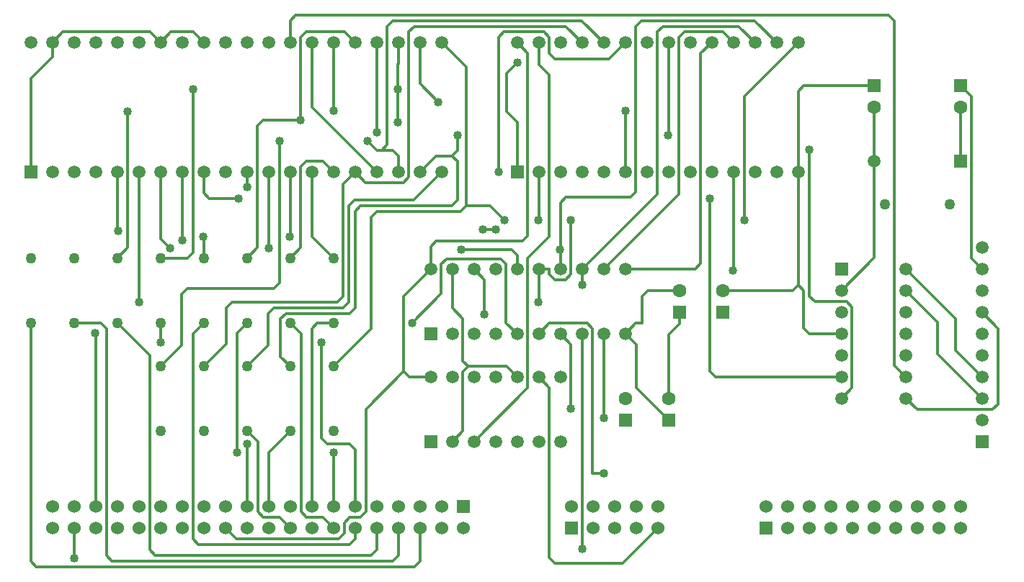
<source format=gbr>
G04 DipTrace 2.3.1.0*
%INVDP_6847_Bottom.gbr*%
%MOIN*%
%ADD13C,0.013*%
%ADD14R,0.0591X0.0591*%
%ADD15C,0.0591*%
%ADD16C,0.06*%
%ADD17R,0.06X0.06*%
%ADD18C,0.05*%
%ADD19C,0.05*%
%ADD20C,0.063*%
%ADD21R,0.063X0.063*%
%ADD22C,0.04*%
%FSLAX44Y44*%
G04*
G70*
G90*
G75*
G01*
%LNBottom*%
%LPD*%
X6384Y16134D2*
D13*
Y5102D1*
X6643Y4842D1*
X24124D1*
X24384Y5102D1*
Y6634D1*
X8384Y16134D2*
X9619D1*
X9878Y15874D1*
Y5362D1*
X10138Y5102D1*
X23124D1*
X23384Y5362D1*
Y6634D1*
X10384Y16134D2*
X11878Y14639D1*
Y5622D1*
X12138Y5362D1*
X22124D1*
X22384Y5622D1*
Y6634D1*
X19831Y15241D2*
Y10796D1*
X20091Y10536D1*
X21124D1*
X21384Y10276D1*
Y7634D1*
X12393Y15241D2*
D3*
X12384Y15251D2*
Y16134D1*
X14384D2*
X13878Y15628D1*
Y6139D1*
X14138Y5879D1*
X21124D1*
X21384Y6139D1*
Y6634D1*
X20384Y10141D2*
Y7634D1*
X15934Y10141D2*
Y15684D1*
X16384Y16134D1*
X18384D2*
X18878Y15639D1*
Y7388D1*
X19138Y7128D1*
X19889D1*
X20384Y6634D1*
Y16134D2*
X19643D1*
X19384Y15874D1*
Y7634D1*
X16384Y11134D2*
X16878Y10639D1*
Y7388D1*
X17138Y7128D1*
X17889D1*
X18384Y6634D1*
Y11134D2*
X17384Y10134D1*
Y7634D1*
X16384Y10526D2*
Y7634D1*
X27887Y20470D2*
X27302D1*
X10412Y20405D2*
D3*
X28884Y18626D2*
Y19268D1*
X28624Y19528D1*
X26295D1*
X10412Y20405D2*
X10384Y20434D1*
Y23134D1*
X31362Y20892D2*
D3*
X39385D2*
Y26635D1*
X41884Y29134D1*
X29868Y17092D2*
D3*
X29884Y18626D2*
Y17108D1*
X29868Y17092D1*
X31374Y20881D2*
Y18395D1*
X31114Y18136D1*
X30634D1*
X30374Y18395D1*
Y18626D1*
X29884D1*
X11384Y17095D2*
Y23134D1*
X40884Y29134D2*
X39874Y30143D1*
X34634D1*
X34374Y29884D1*
Y22216D1*
X34114Y21956D1*
X31143D1*
X30884Y21696D1*
Y19528D1*
X12816Y19593D2*
X12384Y20025D1*
Y23134D1*
X30884Y19519D2*
Y18626D1*
X13400Y19983D2*
D3*
X31884Y18626D2*
X35374Y22116D1*
Y29624D1*
X35634Y29884D1*
X39134D1*
X39884Y29134D1*
X31884Y17906D2*
Y18626D1*
X13400Y19983D2*
X13384Y20000D1*
Y23134D1*
X37884Y29134D2*
X37374Y28624D1*
Y18886D1*
X37114Y18626D1*
X33884D1*
X32884D2*
X36374Y22116D1*
Y29364D1*
X36634Y29624D1*
X38393D1*
X38884Y29134D1*
X38865Y18554D2*
D3*
X26884Y18626D2*
X27374Y18136D1*
Y16547D1*
X38865Y18554D2*
X38884Y18573D1*
Y23149D1*
X19384Y29134D2*
Y26134D1*
X22384Y23134D1*
X24880Y13630D2*
X23886D1*
X23626Y13889D1*
X21878Y12141D1*
Y7388D1*
X21619Y7128D1*
X21138D1*
X20878Y6869D1*
Y6399D1*
X20619Y6139D1*
X15878D1*
X15384Y6634D1*
X36384Y16634D2*
Y16114D1*
X35884Y15614D1*
Y12634D1*
X28884Y29134D2*
X29374Y28643D1*
Y20183D1*
X29114Y19923D1*
X25143D1*
X24884Y19663D1*
Y18626D1*
X23626Y17369D1*
Y13889D1*
X38384Y17634D2*
X41624D1*
X41884Y17893D1*
Y22139D1*
Y22140D1*
Y23149D1*
X49384Y27134D2*
X49893Y26624D1*
Y19124D1*
X50384Y18634D1*
X14384Y29134D2*
X13893Y29624D1*
X12874D1*
X12384Y29134D1*
X36384Y17634D2*
X34913D1*
X34653Y17374D1*
Y16124D1*
X34374D1*
X33884Y15634D1*
X28893Y28200D2*
X28393Y27701D1*
Y25938D1*
X28884Y25448D1*
Y23149D1*
X41884Y17893D2*
X42143Y17634D1*
Y15893D1*
X42403Y15634D1*
X43884D1*
X41884Y23149D2*
Y26874D1*
X42143Y27134D1*
X45384D1*
X7384Y29134D2*
Y28461D1*
X6384Y27461D1*
Y23134D1*
X12384Y29134D2*
X11893Y29624D1*
X7874D1*
X7384Y29134D1*
X33884Y15634D2*
X34393Y15124D1*
Y13124D1*
X35884Y11634D1*
X29880Y13630D2*
X30370Y13139D1*
Y5264D1*
X30630Y5004D1*
X33754D1*
X35384Y6634D1*
X25884Y18626D2*
Y16841D1*
X26374Y16351D1*
Y14380D1*
X26634Y14120D1*
X26374Y13860D1*
Y11132D1*
X25880Y10638D1*
X28880Y13630D2*
X28389Y14120D1*
X26634D1*
X17395Y19593D2*
D3*
X17384Y19605D2*
Y23134D1*
X25223Y26382D2*
X24384Y27221D1*
Y29134D1*
X29884D2*
Y28109D1*
X30374Y27619D1*
Y20133D1*
X29374Y19133D1*
Y13132D1*
X26880Y10638D1*
X23372Y25440D2*
Y26966D1*
X13888D2*
Y19393D1*
X13628Y19134D1*
X12384D1*
X23372Y26966D2*
Y28118D1*
X23384Y28130D1*
Y29134D1*
X22397Y24952D2*
X22384Y24966D1*
Y29134D1*
X32884Y11738D2*
Y15634D1*
X31362Y12155D2*
D3*
X31374Y12167D2*
Y15143D1*
X30884Y15634D1*
X32888Y9167D2*
D3*
X8398Y5237D2*
D3*
X32888Y9167D2*
X32374D1*
Y15864D1*
X32114Y16124D1*
X30374D1*
X29884Y15634D1*
X8398Y5237D2*
X8384Y5252D1*
Y6634D1*
X31884Y5661D2*
Y15634D1*
X24021Y16150D2*
X25374Y17503D1*
Y18856D1*
X25634Y19116D1*
X28114D1*
X28374Y18856D1*
Y16143D1*
X28884Y15634D1*
X9373Y15663D2*
D3*
X9384Y15652D2*
Y7634D1*
X16384Y19134D2*
X16874Y19624D1*
Y25277D1*
X17134Y25537D1*
X18857D1*
X18874Y25554D1*
Y29364D1*
X19134Y29624D1*
X20893D1*
X21384Y29134D1*
X18857Y25537D2*
D3*
X20384Y25959D2*
Y29134D1*
X33895Y25959D2*
D3*
X10874Y25920D2*
Y19624D1*
X10384Y19134D1*
X33884Y25948D2*
Y23149D1*
X18384Y23134D2*
Y20159D1*
X18370Y20145D1*
X14384Y20137D2*
Y19134D1*
X19384Y23134D2*
Y20134D1*
X20384Y19134D1*
Y23134D2*
X19893Y23624D1*
X19134D1*
X18874Y23364D1*
Y19624D1*
X18384Y19134D1*
X14384Y14134D2*
X15419Y15169D1*
Y16838D1*
X15679Y17098D1*
X20569D1*
X20828Y17358D1*
Y22578D1*
X21384Y23134D1*
X21874Y22643D1*
X23614D1*
X23874Y22903D1*
Y29624D1*
X24134Y29884D1*
X31134D1*
X31884Y29134D1*
X23384Y23134D2*
Y23884D1*
X23124Y24143D1*
X22614D1*
X22874Y24403D1*
Y29884D1*
X23134Y30143D1*
X31874D1*
X32884Y29134D1*
X22614Y24143D2*
X22394D1*
X21975Y24563D1*
X17883D2*
Y17990D1*
X17623Y17730D1*
X13619D1*
X13359Y17470D1*
Y15109D1*
X12384Y14134D1*
X24384Y23134D2*
X25134Y23884D1*
X25874D1*
X26134Y23624D1*
Y21830D1*
X25874Y21570D1*
X21643D1*
X21384Y21310D1*
Y16838D1*
X21124Y16578D1*
X18199D1*
X17939Y16319D1*
Y14578D1*
X18384Y14134D1*
X25874Y23884D2*
X26134Y24143D1*
Y24822D1*
X35884Y24829D2*
Y29134D1*
X25384Y23134D2*
X24080Y21830D1*
X21348D1*
X21088Y21570D1*
Y17098D1*
X20828Y16838D1*
X17621D1*
X17361Y16578D1*
Y15111D1*
X16384Y14134D1*
X28016Y23134D2*
Y29364D1*
X28276Y29624D1*
X30114D1*
X30374Y29364D1*
Y28643D1*
X30634Y28384D1*
X33134D1*
X33884Y29134D1*
X25384D2*
X26527Y27990D1*
Y21570D1*
X26268Y21310D1*
X22392D1*
X22132Y21051D1*
Y15882D1*
X20384Y14134D1*
X26527Y21570D2*
X27631D1*
X28309Y20892D1*
X29868D2*
X29884Y20908D1*
Y23149D1*
X46876Y13634D2*
X46328Y14181D1*
Y30143D1*
X46069Y30403D1*
X18643D1*
X18384Y30143D1*
Y29134D1*
X42405Y24173D2*
Y17384D1*
X42665Y17124D1*
X44114D1*
X44374Y16864D1*
Y13124D1*
X43884Y12634D1*
X16384Y22456D2*
Y23134D1*
X15999Y21899D2*
X14643D1*
X14384Y22159D1*
Y23134D1*
X37793Y21899D2*
Y13893D1*
X38053Y13634D1*
X43884D1*
X49384Y23634D2*
Y26134D1*
X45384D2*
D3*
X45407Y23634D2*
Y19157D1*
X43884Y17634D1*
X45384Y26134D2*
X45407Y26110D1*
Y23634D1*
X50384Y12634D2*
X48330Y14687D1*
Y16179D1*
X46876Y17634D1*
X50384Y13634D2*
X49159Y14858D1*
Y16351D1*
X46876Y18634D1*
X50384Y16634D2*
X51134Y15884D1*
Y12384D1*
X50874Y12124D1*
X47386D1*
X46876Y12634D1*
D22*
X19831Y15241D3*
X12393D3*
X20384Y10141D3*
X15934D3*
X16388Y10531D3*
X27302Y20470D3*
X27887D3*
X10412Y20405D3*
X26295Y19528D3*
X29868Y17092D3*
X11387D3*
X39385Y20892D3*
X31362D3*
X12816Y19593D3*
X30875Y19528D3*
X13400Y19983D3*
X31882Y17904D3*
X38865Y18554D3*
X27367Y16540D3*
X28893Y28200D3*
X17395Y19593D3*
X25223Y26382D3*
X13888Y26966D3*
X23372Y25440D3*
Y26966D3*
X22397Y24952D3*
X32888Y11733D3*
X31362Y12155D3*
X32888Y9167D3*
X8398Y5237D3*
X31882Y5659D3*
X24021Y16150D3*
X9373Y15663D3*
X18857Y25537D3*
X20384Y25959D3*
X10867Y25927D3*
X33895Y25959D3*
X18370Y20145D3*
X14375D3*
X21975Y24563D3*
X17883D3*
X26133Y24823D3*
X35877D3*
X28016Y23134D3*
X28309Y20892D3*
X29868D3*
X42405Y24173D3*
X16388Y22451D3*
X15999Y21899D3*
X37793D3*
D14*
X6384Y23134D3*
D15*
X7384D3*
X8384D3*
X9384D3*
X10384D3*
X11384D3*
X12384D3*
X13384D3*
X14384D3*
X15384D3*
X16384D3*
X17384D3*
X18384D3*
X19384D3*
X20384D3*
X21384D3*
X22384D3*
X23384D3*
X24384D3*
X25384D3*
Y29134D3*
X24384D3*
X23384D3*
X22384D3*
X21384D3*
X20384D3*
X19384D3*
X18384D3*
X17384D3*
X16384D3*
X15384D3*
X14384D3*
X13384D3*
X12384D3*
X11384D3*
X10384D3*
X9384D3*
X8384D3*
X7384D3*
X6384D3*
D16*
X7384Y7634D3*
X8384D3*
X9384D3*
X10384D3*
X11384D3*
X12384D3*
X13384D3*
X14384D3*
X15384D3*
X16384D3*
X17384D3*
X18384D3*
X19384D3*
X20384D3*
X21384D3*
X22384D3*
X23384D3*
X24384D3*
X25384D3*
D17*
X26384D3*
D16*
Y6634D3*
X25384D3*
X24384D3*
X23384D3*
X22384D3*
X21384D3*
X20384D3*
X19384D3*
X18384D3*
X17384D3*
X16384D3*
X15384D3*
X14384D3*
X13384D3*
X12384D3*
X11384D3*
X10384D3*
X9384D3*
X8384D3*
X7384D3*
D17*
X40384D3*
D16*
X41384D3*
X42384D3*
X43384D3*
X44384D3*
X45384D3*
X46384D3*
X47384D3*
X48384D3*
X49384D3*
Y7634D3*
X48384D3*
X47384D3*
X46384D3*
X45384D3*
X44384D3*
X43384D3*
X42384D3*
X41384D3*
X40384D3*
X35384D3*
Y6634D3*
X34384D3*
Y7634D3*
X33384Y6634D3*
Y7634D3*
X32384Y6634D3*
Y7634D3*
X31384D3*
D17*
Y6634D3*
D14*
X28884Y23149D3*
D15*
X29884D3*
X30884D3*
X31884D3*
X32884D3*
X33884D3*
X34884D3*
X35884D3*
X36884D3*
X37884D3*
X38884D3*
X39884D3*
X40884D3*
X41884D3*
Y29134D3*
X40884D3*
X39884D3*
X38884D3*
X37884D3*
X36884D3*
X35884D3*
X34884D3*
X33884D3*
X32884D3*
X31884D3*
X30884D3*
X29884D3*
X28884D3*
D18*
X6384Y16134D3*
D19*
Y19134D3*
D18*
X8384Y16134D3*
D19*
Y19134D3*
D18*
X10384Y16134D3*
D19*
Y19134D3*
D18*
X12384Y16134D3*
D19*
Y19134D3*
D18*
X14384Y16134D3*
D19*
Y19134D3*
D18*
X16384Y16134D3*
D19*
Y19134D3*
D18*
X18384Y16134D3*
D19*
Y19134D3*
D18*
X20384Y16134D3*
D19*
Y19134D3*
D18*
X12384Y11134D3*
D19*
Y14134D3*
D18*
X14384Y11134D3*
D19*
Y14134D3*
D18*
X16384Y11134D3*
D19*
Y14134D3*
D18*
X18384Y11134D3*
D19*
Y14134D3*
D18*
X20384Y11134D3*
D19*
Y14134D3*
D14*
X24884Y15634D3*
D15*
X25884D3*
X26884D3*
X27884D3*
X28884D3*
X29884D3*
X30884D3*
X31884D3*
X32884D3*
X33884D3*
X24884Y18626D3*
X25884D3*
X26884D3*
X27884D3*
X28884D3*
X29884D3*
X30884D3*
X31884D3*
X32884D3*
X33884D3*
D14*
X24880Y10638D3*
D15*
X25880D3*
X26880D3*
X27880D3*
X28880D3*
X29880D3*
X30880D3*
Y13630D3*
X29880D3*
X28880D3*
X27880D3*
X26880D3*
X25880D3*
X24880D3*
D14*
X49384Y23634D3*
D15*
X45407D3*
D20*
X38384Y17634D3*
D21*
Y16634D3*
D20*
X36384Y17634D3*
D21*
Y16634D3*
D20*
X35884Y12634D3*
D21*
Y11634D3*
D20*
X33884Y12634D3*
D21*
Y11634D3*
D14*
X43884Y18634D3*
D15*
Y17634D3*
Y16634D3*
Y15634D3*
Y14634D3*
Y13634D3*
Y12634D3*
X46876D3*
Y13634D3*
Y14634D3*
Y15634D3*
Y16634D3*
Y17634D3*
Y18634D3*
D20*
X49384Y26134D3*
D21*
Y27134D3*
D15*
X50384Y19634D3*
Y18634D3*
Y17634D3*
Y16634D3*
Y15634D3*
Y14634D3*
Y13634D3*
Y12634D3*
Y11634D3*
D14*
Y10634D3*
D20*
X45384Y26134D3*
D21*
Y27134D3*
D18*
X48884Y21634D3*
D19*
X45884D3*
M02*

</source>
